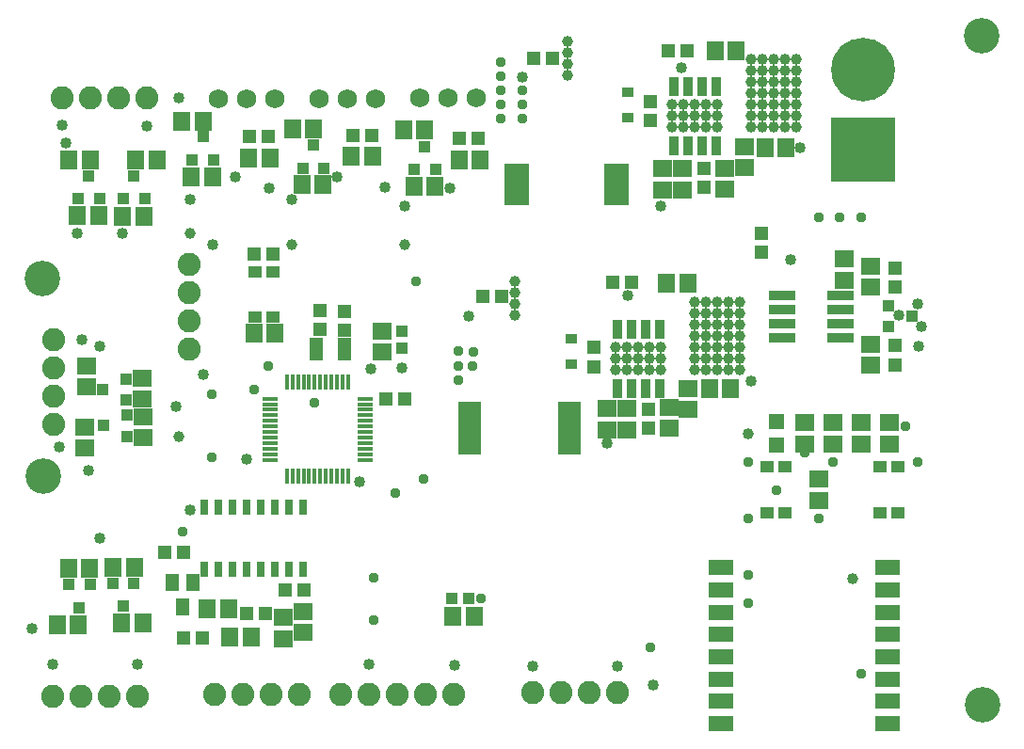
<source format=gbr>
G04 EAGLE Gerber RS-274X export*
G75*
%MOMM*%
%FSLAX34Y34*%
%LPD*%
%INSoldermask Top*%
%IPPOS*%
%AMOC8*
5,1,8,0,0,1.08239X$1,22.5*%
G01*
%ADD10C,3.203200*%
%ADD11R,5.719200X5.719200*%
%ADD12C,5.719200*%
%ADD13R,2.203200X1.403200*%
%ADD14R,1.703200X1.503200*%
%ADD15R,1.203200X1.103200*%
%ADD16R,1.403200X1.403200*%
%ADD17C,2.082800*%
%ADD18R,1.303200X1.203200*%
%ADD19R,1.503200X1.703200*%
%ADD20R,1.203200X1.303200*%
%ADD21R,0.457200X1.346200*%
%ADD22R,1.346200X0.457200*%
%ADD23R,1.003200X1.003200*%
%ADD24R,0.803200X1.403200*%
%ADD25R,2.413000X0.812800*%
%ADD26R,1.103200X1.003200*%
%ADD27R,1.203200X1.603200*%
%ADD28C,1.727200*%
%ADD29R,0.813200X1.803200*%
%ADD30R,1.203200X2.003200*%
%ADD31R,1.003200X1.103200*%
%ADD32R,1.033200X0.833200*%
%ADD33R,2.003200X4.803200*%
%ADD34R,2.203200X3.703200*%
%ADD35C,1.016000*%
%ADD36C,0.990600*%
%ADD37C,0.959600*%
%ADD38C,1.009600*%


D10*
X1017270Y12700D03*
X172798Y218081D03*
X171450Y396240D03*
X1016165Y614608D03*
D11*
X909551Y511733D03*
D12*
X909551Y583733D03*
D13*
X932250Y-4360D03*
X932250Y15640D03*
X932250Y35640D03*
X932250Y55640D03*
X932250Y75640D03*
X932250Y95640D03*
X932250Y115640D03*
X932250Y135640D03*
X782250Y135640D03*
X782250Y115640D03*
X782250Y95640D03*
X782250Y75640D03*
X782250Y55640D03*
X782250Y35640D03*
X782250Y15640D03*
X782250Y-4360D03*
D14*
X933450Y247040D03*
X933450Y266040D03*
X908050Y247040D03*
X908050Y266040D03*
X857250Y266040D03*
X857250Y247040D03*
X869950Y196240D03*
X869950Y215240D03*
D15*
X925450Y226240D03*
X941450Y226240D03*
X941450Y185240D03*
X925450Y185240D03*
X839850Y185240D03*
X823850Y185240D03*
X823850Y226240D03*
X839850Y226240D03*
D16*
X831850Y267040D03*
X831850Y246040D03*
D14*
X882650Y247040D03*
X882650Y266040D03*
D17*
X688862Y22973D03*
X663462Y22973D03*
X638062Y22973D03*
X612662Y22973D03*
D15*
X363213Y402042D03*
X379213Y402042D03*
X379213Y361042D03*
X363213Y361042D03*
D18*
X378824Y417504D03*
X361824Y417504D03*
X751564Y600537D03*
X734564Y600537D03*
D14*
X729452Y494732D03*
X729452Y475732D03*
X746953Y475777D03*
X746953Y494777D03*
D19*
X795796Y600982D03*
X776796Y600982D03*
D14*
X785724Y495309D03*
X785724Y476309D03*
X803061Y495779D03*
X803061Y514779D03*
D19*
X840484Y513590D03*
X821484Y513590D03*
D20*
X766830Y495090D03*
X766830Y478090D03*
D18*
X613462Y594087D03*
X630462Y594087D03*
D20*
X718600Y554827D03*
X718600Y537827D03*
D14*
X697394Y259684D03*
X697394Y278684D03*
D19*
X751978Y391837D03*
X732978Y391837D03*
D14*
X735409Y280129D03*
X735409Y261129D03*
X752780Y296818D03*
X752780Y277818D03*
D19*
X790804Y296733D03*
X771804Y296733D03*
D14*
X679535Y278852D03*
X679535Y259852D03*
D18*
X701459Y392729D03*
X684459Y392729D03*
D20*
X667326Y333708D03*
X667326Y316708D03*
X716476Y278241D03*
X716476Y261241D03*
D18*
X568171Y379408D03*
X585171Y379408D03*
D19*
X380934Y346584D03*
X361934Y346584D03*
D21*
X446600Y302850D03*
X441600Y302850D03*
X436600Y302850D03*
X431600Y302850D03*
X426600Y302850D03*
X421600Y302850D03*
X416600Y302850D03*
X411600Y302850D03*
X406600Y302850D03*
X401600Y302850D03*
X396600Y302850D03*
X391600Y302850D03*
D22*
X376600Y287850D03*
X376600Y282850D03*
X376600Y277850D03*
X376600Y272850D03*
X376600Y267850D03*
X376600Y262850D03*
X376600Y257850D03*
X376600Y252850D03*
X376600Y247850D03*
X376600Y242850D03*
X376600Y237850D03*
X376600Y232850D03*
D21*
X391600Y217850D03*
X396600Y217850D03*
X401600Y217850D03*
X406600Y217850D03*
X411600Y217850D03*
X416600Y217850D03*
X421600Y217850D03*
X426600Y217850D03*
X431600Y217850D03*
X436600Y217850D03*
X441600Y217850D03*
X446600Y217850D03*
D22*
X461600Y232850D03*
X461600Y237850D03*
X461600Y242850D03*
X461600Y247850D03*
X461600Y252850D03*
X461600Y257850D03*
X461600Y262850D03*
X461600Y267850D03*
X461600Y272850D03*
X461600Y277850D03*
X461600Y282850D03*
X461600Y287850D03*
D18*
X480410Y287865D03*
X497410Y287865D03*
D23*
X539870Y107950D03*
X554870Y107950D03*
X494993Y348455D03*
X494993Y333455D03*
D19*
X559967Y92135D03*
X540967Y92135D03*
D14*
X477114Y329444D03*
X477114Y348444D03*
D17*
X326393Y21773D03*
X351793Y21773D03*
X377193Y21773D03*
X402593Y21773D03*
D24*
X316918Y134023D03*
X329618Y134023D03*
X342318Y134023D03*
X355018Y134023D03*
X367718Y134023D03*
X380418Y134023D03*
X393118Y134023D03*
X405818Y134023D03*
X405818Y190023D03*
X393118Y190023D03*
X380418Y190023D03*
X367718Y190023D03*
X355018Y190023D03*
X342318Y190023D03*
X329618Y190023D03*
X316918Y190023D03*
D14*
X388399Y90818D03*
X388399Y71818D03*
X406370Y96306D03*
X406370Y77306D03*
D18*
X281514Y149508D03*
X298514Y149508D03*
X389691Y115384D03*
X406691Y115384D03*
X372459Y94130D03*
X355459Y94130D03*
X315663Y72150D03*
X298663Y72150D03*
D19*
X359467Y73313D03*
X340467Y73313D03*
X339118Y98523D03*
X320118Y98523D03*
D25*
X837438Y381000D03*
X837438Y368300D03*
X837438Y355600D03*
X837438Y342900D03*
X889762Y342900D03*
X889762Y355600D03*
X889762Y368300D03*
X889762Y381000D03*
D20*
X938707Y335376D03*
X938707Y318376D03*
X939049Y388357D03*
X939049Y405357D03*
X818139Y436744D03*
X818139Y419744D03*
D26*
X932813Y371622D03*
X932813Y352622D03*
X953813Y362122D03*
D27*
X297868Y100223D03*
X288368Y122223D03*
X307368Y122223D03*
D14*
X892553Y394474D03*
X892553Y413474D03*
X916450Y388134D03*
X916450Y407134D03*
X916760Y336678D03*
X916760Y317678D03*
D19*
X565517Y502320D03*
X546517Y502320D03*
X468383Y506060D03*
X449383Y506060D03*
X376390Y504611D03*
X357390Y504611D03*
D18*
X358143Y523839D03*
X375143Y523839D03*
X450690Y524660D03*
X467690Y524660D03*
X546626Y522424D03*
X563626Y522424D03*
D17*
X265859Y558468D03*
X240459Y558468D03*
X215059Y558468D03*
X189659Y558468D03*
X257110Y19941D03*
X231710Y19941D03*
X206310Y19941D03*
X180910Y19941D03*
X182063Y341175D03*
X182063Y315775D03*
X182063Y290375D03*
X182063Y264975D03*
D28*
X329928Y557300D03*
X355328Y557300D03*
X380728Y557300D03*
X420098Y557300D03*
X445498Y557300D03*
X470898Y557300D03*
X510877Y558504D03*
X536277Y558504D03*
X561677Y558504D03*
D17*
X440390Y21478D03*
X465790Y21478D03*
X491190Y21478D03*
X516590Y21478D03*
X541990Y21478D03*
D29*
X777426Y568881D03*
X777426Y514881D03*
X764726Y514881D03*
X739326Y568881D03*
X739326Y514881D03*
X764726Y568881D03*
X752026Y514881D03*
X752026Y568881D03*
X727038Y350566D03*
X727038Y296566D03*
X714338Y296566D03*
X688938Y350566D03*
X688938Y296566D03*
X714338Y350566D03*
X701638Y296566D03*
X701638Y350566D03*
D30*
X417949Y332453D03*
X442949Y332453D03*
D17*
X303600Y332186D03*
X303600Y357586D03*
X303600Y382986D03*
X303600Y408386D03*
D31*
X254000Y488520D03*
X263500Y467520D03*
X244500Y467520D03*
D20*
X443563Y366344D03*
X443563Y349344D03*
X421466Y367427D03*
X421466Y350427D03*
D31*
X213360Y488520D03*
X222860Y467520D03*
X203860Y467520D03*
D26*
X225722Y295949D03*
X246722Y305449D03*
X246722Y286449D03*
D31*
X244231Y100995D03*
X234731Y121995D03*
X253731Y121995D03*
X204956Y99576D03*
X195456Y120576D03*
X214456Y120576D03*
D26*
X226442Y263540D03*
X247442Y273040D03*
X247442Y254040D03*
D19*
X262813Y452048D03*
X243813Y452048D03*
X255626Y502810D03*
X274626Y502810D03*
X222235Y452552D03*
X203235Y452552D03*
D14*
X261156Y306508D03*
X261156Y287508D03*
D19*
X214508Y502878D03*
X195508Y502878D03*
D14*
X211774Y298340D03*
X211774Y317340D03*
D19*
X235178Y135677D03*
X254178Y135677D03*
X242945Y86166D03*
X261945Y86166D03*
X195067Y134925D03*
X214067Y134925D03*
X203822Y84379D03*
X184822Y84379D03*
D14*
X261851Y271515D03*
X261851Y252515D03*
X209490Y262197D03*
X209490Y243197D03*
D31*
X315993Y523484D03*
X325493Y502484D03*
X306493Y502484D03*
D19*
X324460Y487680D03*
X305460Y487680D03*
X316089Y537349D03*
X297089Y537349D03*
D31*
X415234Y516291D03*
X424734Y495291D03*
X405734Y495291D03*
D19*
X423867Y480642D03*
X404867Y480642D03*
X415742Y530733D03*
X396742Y530733D03*
D31*
X515685Y514781D03*
X525185Y493781D03*
X506185Y493781D03*
D19*
X525041Y478907D03*
X506041Y478907D03*
X515622Y529963D03*
X496622Y529963D03*
D32*
X647042Y319009D03*
X647042Y342009D03*
X698056Y540269D03*
X698056Y563269D03*
D33*
X645712Y260947D03*
X555712Y260947D03*
D34*
X688027Y480697D03*
X598027Y480697D03*
D35*
X542258Y47918D03*
X612330Y47322D03*
X181245Y49075D03*
X187143Y244655D03*
X189724Y533604D03*
X325120Y426720D03*
X942296Y363265D03*
X960120Y335280D03*
D36*
X849630Y532130D03*
X839470Y532130D03*
X829310Y532130D03*
X808990Y593090D03*
X644247Y609527D03*
X644247Y599367D03*
X644247Y589207D03*
X644247Y579047D03*
X819150Y593090D03*
X829310Y593090D03*
X839470Y593090D03*
X779050Y324176D03*
X596527Y362674D03*
D37*
X869950Y450850D03*
X889000Y450850D03*
X908050Y450850D03*
D36*
X808990Y532130D03*
X819150Y532130D03*
X808990Y542290D03*
X819150Y542290D03*
X829310Y542290D03*
X839470Y542290D03*
X849630Y542290D03*
X849630Y552450D03*
X839470Y552450D03*
X829310Y552450D03*
X819150Y552450D03*
X808990Y552450D03*
X808990Y562610D03*
X819150Y562610D03*
X829310Y562610D03*
X839470Y562610D03*
X849630Y562610D03*
X849630Y572770D03*
X839470Y572770D03*
X849630Y593090D03*
X849630Y582930D03*
X839470Y582930D03*
X829310Y572770D03*
X829310Y582930D03*
X819150Y572770D03*
X819150Y582930D03*
X808990Y572770D03*
X808990Y582930D03*
X778510Y532130D03*
X778510Y552450D03*
X778510Y542290D03*
X768350Y552450D03*
X768350Y542290D03*
X758190Y552450D03*
X748030Y552450D03*
X737870Y552450D03*
X737870Y542290D03*
X737870Y532130D03*
X748030Y542290D03*
X748030Y532130D03*
X758190Y532130D03*
X768350Y532130D03*
X758190Y542290D03*
X687610Y334336D03*
X697770Y334336D03*
X707930Y334336D03*
X718090Y334336D03*
X728250Y334336D03*
X687610Y324176D03*
X697770Y324176D03*
X707930Y324176D03*
X718090Y324176D03*
X728250Y324176D03*
X728250Y314016D03*
X718090Y314016D03*
X707930Y314016D03*
X697770Y314016D03*
X687610Y314016D03*
X758730Y314016D03*
X758730Y374976D03*
X768890Y374976D03*
X779050Y374976D03*
X799370Y314016D03*
X789210Y314016D03*
X779050Y314016D03*
X768890Y314016D03*
X758730Y324176D03*
X768890Y324176D03*
X789210Y324176D03*
X799370Y324176D03*
X758730Y334336D03*
X768890Y334336D03*
X779050Y334336D03*
X789210Y334336D03*
X799370Y334336D03*
X799370Y344496D03*
X789210Y344496D03*
X779050Y344496D03*
X768890Y344496D03*
X758730Y344496D03*
X758730Y354656D03*
X768890Y354656D03*
X758730Y364816D03*
X768890Y364816D03*
X779050Y364816D03*
X779050Y354656D03*
X789210Y354656D03*
X789210Y364816D03*
X789210Y374976D03*
X799370Y374976D03*
X799370Y364816D03*
X799370Y354656D03*
D35*
X257251Y48625D03*
X207463Y341175D03*
X265859Y533068D03*
X193040Y518160D03*
X213360Y223520D03*
X223520Y335280D03*
X162560Y81280D03*
X294640Y558800D03*
X345440Y487680D03*
X375920Y477520D03*
X436880Y487680D03*
X538480Y477520D03*
X479792Y478178D03*
X853019Y513418D03*
X603724Y576738D03*
X679450Y247650D03*
X698500Y381000D03*
X844550Y412750D03*
D37*
X584200Y590550D03*
X584200Y577850D03*
X584200Y565150D03*
X603250Y565150D03*
X603250Y552450D03*
X603250Y539750D03*
X584200Y539750D03*
X584200Y552450D03*
X416560Y284480D03*
X908050Y40640D03*
X958850Y231140D03*
X857250Y239494D03*
X806450Y129540D03*
X869950Y180340D03*
X806450Y104140D03*
X882650Y231140D03*
X806450Y231140D03*
X831850Y205740D03*
X806450Y180340D03*
X469900Y88900D03*
X718820Y64234D03*
D35*
X721231Y30351D03*
D37*
X469900Y127000D03*
D35*
X727710Y461010D03*
X746578Y585899D03*
D37*
X508000Y393700D03*
X488950Y203200D03*
X514350Y215900D03*
D38*
X900970Y125878D03*
X806450Y256540D03*
D37*
X297868Y168373D03*
X948198Y263057D03*
X566420Y107950D03*
D35*
X494925Y315381D03*
X465752Y48724D03*
X688680Y47009D03*
X457200Y213360D03*
X467360Y314960D03*
X355600Y233680D03*
X316288Y309281D03*
X304218Y187423D03*
X203200Y436880D03*
X243840Y436880D03*
X291991Y280913D03*
X223520Y162560D03*
X304800Y467360D03*
X396240Y467360D03*
X497344Y460892D03*
X808990Y303530D03*
X555347Y362348D03*
D37*
X546153Y330496D03*
X559386Y330198D03*
X558800Y317500D03*
X546100Y317500D03*
X546100Y304800D03*
D36*
X294640Y254000D03*
X304800Y436880D03*
X497446Y426326D03*
X396240Y426720D03*
D35*
X958794Y372726D03*
X962077Y352546D03*
D37*
X323850Y292100D03*
X323850Y234950D03*
D36*
X596527Y372834D03*
X596527Y382994D03*
X596527Y393154D03*
D37*
X374650Y317500D03*
X361950Y295766D03*
M02*

</source>
